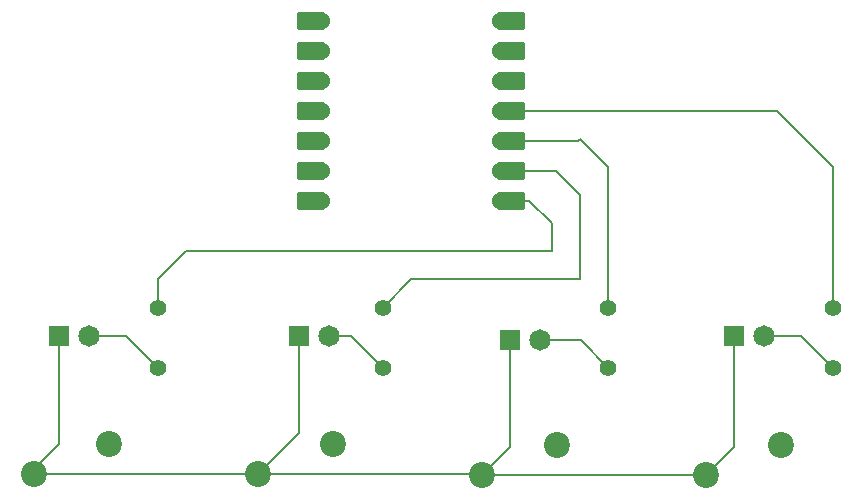
<source format=gbr>
%TF.GenerationSoftware,KiCad,Pcbnew,9.0.3*%
%TF.CreationDate,2025-08-01T16:23:24-05:00*%
%TF.ProjectId,pathfinder,70617468-6669-46e6-9465-722e6b696361,rev?*%
%TF.SameCoordinates,Original*%
%TF.FileFunction,Copper,L1,Top*%
%TF.FilePolarity,Positive*%
%FSLAX46Y46*%
G04 Gerber Fmt 4.6, Leading zero omitted, Abs format (unit mm)*
G04 Created by KiCad (PCBNEW 9.0.3) date 2025-08-01 16:23:24*
%MOMM*%
%LPD*%
G01*
G04 APERTURE LIST*
G04 Aperture macros list*
%AMRoundRect*
0 Rectangle with rounded corners*
0 $1 Rounding radius*
0 $2 $3 $4 $5 $6 $7 $8 $9 X,Y pos of 4 corners*
0 Add a 4 corners polygon primitive as box body*
4,1,4,$2,$3,$4,$5,$6,$7,$8,$9,$2,$3,0*
0 Add four circle primitives for the rounded corners*
1,1,$1+$1,$2,$3*
1,1,$1+$1,$4,$5*
1,1,$1+$1,$6,$7*
1,1,$1+$1,$8,$9*
0 Add four rect primitives between the rounded corners*
20,1,$1+$1,$2,$3,$4,$5,0*
20,1,$1+$1,$4,$5,$6,$7,0*
20,1,$1+$1,$6,$7,$8,$9,0*
20,1,$1+$1,$8,$9,$2,$3,0*%
G04 Aperture macros list end*
%TA.AperFunction,ComponentPad*%
%ADD10C,1.815000*%
%TD*%
%TA.AperFunction,ComponentPad*%
%ADD11R,1.815000X1.815000*%
%TD*%
%TA.AperFunction,ComponentPad*%
%ADD12C,1.400000*%
%TD*%
%TA.AperFunction,ComponentPad*%
%ADD13C,2.200000*%
%TD*%
%TA.AperFunction,SMDPad,CuDef*%
%ADD14RoundRect,0.152400X1.063600X0.609600X-1.063600X0.609600X-1.063600X-0.609600X1.063600X-0.609600X0*%
%TD*%
%TA.AperFunction,ComponentPad*%
%ADD15C,1.524000*%
%TD*%
%TA.AperFunction,SMDPad,CuDef*%
%ADD16RoundRect,0.152400X-1.063600X-0.609600X1.063600X-0.609600X1.063600X0.609600X-1.063600X0.609600X0*%
%TD*%
%TA.AperFunction,Conductor*%
%ADD17C,0.200000*%
%TD*%
G04 APERTURE END LIST*
D10*
%TO.P,D2,A*%
%TO.N,Net-(D2-PadA)*%
X116840000Y-97631250D03*
D11*
%TO.P,D2,C*%
%TO.N,GND*%
X114300000Y-97631250D03*
%TD*%
D12*
%TO.P,R3,1*%
%TO.N,Net-(D3-PadA)*%
X140493750Y-100330000D03*
%TO.P,R3,2*%
%TO.N,LED3*%
X140493750Y-95250000D03*
%TD*%
D10*
%TO.P,D3,A*%
%TO.N,Net-(D3-PadA)*%
X134710725Y-98017989D03*
D11*
%TO.P,D3,C*%
%TO.N,GND*%
X132170725Y-98017989D03*
%TD*%
D13*
%TO.P,SW4,1,1*%
%TO.N,button4*%
X155114461Y-106894033D03*
%TO.P,SW4,2,2*%
%TO.N,GND*%
X148764461Y-109434033D03*
%TD*%
%TO.P,SW1,1,1*%
%TO.N,button1*%
X98185419Y-106838470D03*
%TO.P,SW1,2,2*%
%TO.N,GND*%
X91835419Y-109378470D03*
%TD*%
D10*
%TO.P,D4,A*%
%TO.N,Net-(D4-PadA)*%
X153670000Y-97631250D03*
D11*
%TO.P,D4,C*%
%TO.N,GND*%
X151130000Y-97631250D03*
%TD*%
D12*
%TO.P,R4,1*%
%TO.N,Net-(D4-PadA)*%
X159543750Y-100330000D03*
%TO.P,R4,2*%
%TO.N,LED4*%
X159543750Y-95250000D03*
%TD*%
D13*
%TO.P,SW2,1,1*%
%TO.N,button2*%
X117157500Y-106838750D03*
%TO.P,SW2,2,2*%
%TO.N,GND*%
X110807500Y-109378750D03*
%TD*%
D10*
%TO.P,D1,A*%
%TO.N,Net-(D1-PadA)*%
X96520000Y-97631250D03*
D11*
%TO.P,D1,C*%
%TO.N,GND*%
X93980000Y-97631250D03*
%TD*%
D14*
%TO.P,U1,1,GPIO26/ADC0/A0*%
%TO.N,button1*%
X115370000Y-70961250D03*
D15*
X116205000Y-70961250D03*
D14*
%TO.P,U1,2,GPIO27/ADC1/A1*%
%TO.N,button2*%
X115370000Y-73501250D03*
D15*
X116205000Y-73501250D03*
D14*
%TO.P,U1,3,GPIO28/ADC2/A2*%
%TO.N,button3*%
X115370000Y-76041250D03*
D15*
X116205000Y-76041250D03*
D14*
%TO.P,U1,4,GPIO29/ADC3/A3*%
%TO.N,button4*%
X115370000Y-78581250D03*
D15*
X116205000Y-78581250D03*
D14*
%TO.P,U1,5,GPIO6/SDA*%
%TO.N,unconnected-(U1-GPIO6{slash}SDA-Pad5)*%
X115370000Y-81121250D03*
D15*
X116205000Y-81121250D03*
D14*
%TO.P,U1,6,GPIO7/SCL*%
%TO.N,unconnected-(U1-GPIO7{slash}SCL-Pad6)*%
X115370000Y-83661250D03*
D15*
X116205000Y-83661250D03*
D14*
%TO.P,U1,7,GPIO0/TX*%
%TO.N,unconnected-(U1-GPIO0{slash}TX-Pad7)*%
X115370000Y-86201250D03*
D15*
X116205000Y-86201250D03*
%TO.P,U1,8,GPIO1/RX*%
%TO.N,LED1*%
X131445000Y-86201250D03*
D16*
X132280000Y-86201250D03*
D15*
%TO.P,U1,9,GPIO2/SCK*%
%TO.N,LED2*%
X131445000Y-83661250D03*
D16*
X132280000Y-83661250D03*
D15*
%TO.P,U1,10,GPIO4/MISO*%
%TO.N,LED3*%
X131445000Y-81121250D03*
D16*
X132280000Y-81121250D03*
D15*
%TO.P,U1,11,GPIO3/MOSI*%
%TO.N,LED4*%
X131445000Y-78581250D03*
D16*
X132280000Y-78581250D03*
D15*
%TO.P,U1,12,3V3*%
%TO.N,unconnected-(U1-3V3-Pad12)*%
X131445000Y-76041250D03*
D16*
X132280000Y-76041250D03*
D15*
%TO.P,U1,13,GND*%
%TO.N,GND*%
X131445000Y-73501250D03*
D16*
X132280000Y-73501250D03*
D15*
%TO.P,U1,14,VBUS*%
%TO.N,unconnected-(U1-VBUS-Pad14)*%
X131445000Y-70961250D03*
D16*
X132280000Y-70961250D03*
%TD*%
D13*
%TO.P,SW3,1,1*%
%TO.N,button3*%
X136134241Y-106894033D03*
%TO.P,SW3,2,2*%
%TO.N,GND*%
X129784241Y-109434033D03*
%TD*%
D12*
%TO.P,R2,1*%
%TO.N,Net-(D2-PadA)*%
X121443750Y-100330000D03*
%TO.P,R2,2*%
%TO.N,LED2*%
X121443750Y-95250000D03*
%TD*%
%TO.P,R1,1*%
%TO.N,Net-(D1-PadA)*%
X102393750Y-100330000D03*
%TO.P,R1,2*%
%TO.N,LED1*%
X102393750Y-95250000D03*
%TD*%
D17*
%TO.N,GND*%
X110807500Y-109378750D02*
X129728958Y-109378750D01*
X132170725Y-107047549D02*
X132170725Y-98017989D01*
X114300000Y-105886250D02*
X114300000Y-97631250D01*
X110807500Y-109378750D02*
X114300000Y-105886250D01*
X129728958Y-109378750D02*
X129784241Y-109434033D01*
X129784241Y-109434033D02*
X148764461Y-109434033D01*
X91440000Y-109378750D02*
X110807500Y-109378750D01*
X151130000Y-107068494D02*
X151130000Y-97631250D01*
X129784241Y-109434033D02*
X132170725Y-107047549D01*
X91440000Y-109378750D02*
X93980000Y-106838750D01*
X93980000Y-106838750D02*
X93980000Y-97631250D01*
X148764461Y-109434033D02*
X151130000Y-107068494D01*
%TO.N,Net-(D1-PadA)*%
X96520000Y-97631250D02*
X99695000Y-97631250D01*
X99695000Y-97631250D02*
X102393750Y-100330000D01*
%TO.N,Net-(D2-PadA)*%
X116840000Y-97631250D02*
X118745000Y-97631250D01*
X118745000Y-97631250D02*
X121443750Y-100330000D01*
%TO.N,Net-(D3-PadA)*%
X138181739Y-98017989D02*
X140493750Y-100330000D01*
X134710725Y-98017989D02*
X138181739Y-98017989D01*
%TO.N,LED1*%
X133826250Y-86201250D02*
X132280000Y-86201250D01*
X135731250Y-88106250D02*
X133826250Y-86201250D01*
X135731250Y-90487500D02*
X135731250Y-88106250D01*
X102393750Y-95250000D02*
X102393750Y-92868750D01*
X104775000Y-90487500D02*
X135731250Y-90487500D01*
X102393750Y-92868750D02*
X104775000Y-90487500D01*
%TO.N,LED2*%
X136048750Y-83661250D02*
X132280000Y-83661250D01*
X121443750Y-95250000D02*
X123825000Y-92868750D01*
X138112500Y-85725000D02*
X136048750Y-83661250D01*
X138112500Y-92868750D02*
X138112500Y-85725000D01*
X123825000Y-92868750D02*
X138112500Y-92868750D01*
%TO.N,LED3*%
X140493750Y-83343750D02*
X138112500Y-80962500D01*
X137953750Y-81121250D02*
X132280000Y-81121250D01*
X138112500Y-80962500D02*
X137953750Y-81121250D01*
X140493750Y-95250000D02*
X140493750Y-83343750D01*
%TO.N,Net-(D4-PadA)*%
X153670000Y-97631250D02*
X156845000Y-97631250D01*
X156845000Y-97631250D02*
X159543750Y-100330000D01*
%TO.N,LED4*%
X154781250Y-78581250D02*
X132280000Y-78581250D01*
X159543750Y-95250000D02*
X159543750Y-83343750D01*
X159543750Y-83343750D02*
X154781250Y-78581250D01*
%TD*%
M02*

</source>
